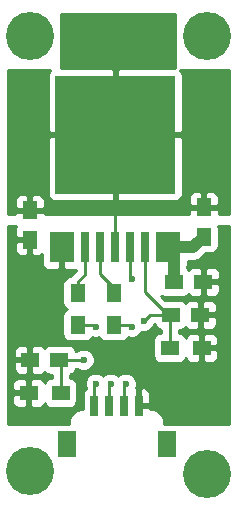
<source format=gbr>
G04 #@! TF.FileFunction,Copper,L1,Top,Signal*
%FSLAX46Y46*%
G04 Gerber Fmt 4.6, Leading zero omitted, Abs format (unit mm)*
G04 Created by KiCad (PCBNEW 0.201508241000+6117~28~ubuntu14.04.1-product) date Sun 30 Aug 2015 03:15:56 PM PDT*
%MOMM*%
G01*
G04 APERTURE LIST*
%ADD10C,0.100000*%
%ADD11R,0.701040X1.800860*%
%ADD12R,1.600200X2.199640*%
%ADD13R,1.250000X1.500000*%
%ADD14R,1.500000X1.250000*%
%ADD15R,1.500000X1.300000*%
%ADD16R,1.300000X1.500000*%
%ADD17C,4.064000*%
%ADD18R,10.160000X10.000000*%
%ADD19R,2.100000X2.540000*%
%ADD20R,0.700000X2.540000*%
%ADD21C,0.600000*%
%ADD22C,0.250000*%
%ADD23C,1.000000*%
%ADD24C,0.254000*%
G04 APERTURE END LIST*
D10*
D11*
X152496520Y-97845880D03*
X151246840Y-97845880D03*
D12*
X146397980Y-101145340D03*
X154846020Y-101145340D03*
D11*
X149997160Y-97845880D03*
X148747480Y-97845880D03*
D13*
X143256000Y-83800000D03*
X143256000Y-81300000D03*
X157988000Y-83546000D03*
X157988000Y-81046000D03*
D14*
X145776000Y-93980000D03*
X143276000Y-93980000D03*
X155468000Y-87376000D03*
X157968000Y-87376000D03*
D15*
X155114000Y-92964000D03*
X157814000Y-92964000D03*
X145876000Y-96774000D03*
X143176000Y-96774000D03*
D16*
X150368000Y-91012000D03*
X150368000Y-88312000D03*
X147320000Y-91012000D03*
X147320000Y-88312000D03*
D14*
X155214000Y-90170000D03*
X157714000Y-90170000D03*
D17*
X143256000Y-103378000D03*
X158242000Y-103632000D03*
X158242000Y-66548000D03*
X143256000Y-66548000D03*
D18*
X150495000Y-74930000D03*
D19*
X145985000Y-84455000D03*
D20*
X147955000Y-84455000D03*
X149225000Y-84455000D03*
X150495000Y-84455000D03*
X151765000Y-84455000D03*
X153035000Y-84455000D03*
D19*
X155005000Y-84455000D03*
D21*
X147828000Y-93980000D03*
X151892000Y-87122000D03*
X151384000Y-96012000D03*
X152908000Y-90678000D03*
X150114000Y-96012000D03*
X151892000Y-91186000D03*
X148844000Y-96012000D03*
X148844000Y-91186000D03*
D22*
X150495000Y-84455000D02*
X150495000Y-79883000D01*
X150495000Y-79883000D02*
X150622000Y-79756000D01*
D23*
X155468000Y-87376000D02*
X155468000Y-84918000D01*
X155468000Y-84918000D02*
X155005000Y-84455000D01*
X155005000Y-84455000D02*
X157079000Y-84455000D01*
X157079000Y-84455000D02*
X157988000Y-83546000D01*
D22*
X151765000Y-84455000D02*
X151765000Y-86995000D01*
X147828000Y-93980000D02*
X145776000Y-93980000D01*
X151765000Y-86995000D02*
X151892000Y-87122000D01*
X145876000Y-96774000D02*
X145876000Y-94080000D01*
X145876000Y-94080000D02*
X145776000Y-93980000D01*
X151892000Y-84582000D02*
X151765000Y-84455000D01*
X155214000Y-90170000D02*
X154940000Y-90170000D01*
X154940000Y-90170000D02*
X153035000Y-88265000D01*
X153035000Y-88265000D02*
X153035000Y-84455000D01*
X155214000Y-90170000D02*
X153416000Y-90170000D01*
X151246840Y-96149160D02*
X151384000Y-96012000D01*
X151246840Y-96149160D02*
X151246840Y-97845880D01*
X153416000Y-90170000D02*
X152908000Y-90678000D01*
X155114000Y-92964000D02*
X155114000Y-90270000D01*
X155114000Y-90270000D02*
X155214000Y-90170000D01*
X150368000Y-91012000D02*
X151718000Y-91012000D01*
X149997160Y-96128840D02*
X149997160Y-97845880D01*
X150114000Y-96012000D02*
X149997160Y-96128840D01*
X151718000Y-91012000D02*
X151892000Y-91186000D01*
X149997160Y-91382840D02*
X150368000Y-91012000D01*
X150368000Y-88312000D02*
X150368000Y-87884000D01*
X150368000Y-87884000D02*
X149225000Y-86741000D01*
X149225000Y-86741000D02*
X149225000Y-84455000D01*
X147320000Y-88312000D02*
X147320000Y-87376000D01*
X147955000Y-86741000D02*
X147955000Y-84455000D01*
X147320000Y-87376000D02*
X147955000Y-86741000D01*
X147320000Y-91012000D02*
X148670000Y-91012000D01*
X148747480Y-96108520D02*
X148747480Y-97845880D01*
X148844000Y-96012000D02*
X148747480Y-96108520D01*
X148670000Y-91012000D02*
X148844000Y-91186000D01*
D24*
G36*
X142092673Y-82690302D02*
X141996000Y-82923691D01*
X141996000Y-83514250D01*
X142154750Y-83673000D01*
X143129000Y-83673000D01*
X143129000Y-83653000D01*
X143383000Y-83653000D01*
X143383000Y-83673000D01*
X143403000Y-83673000D01*
X143403000Y-83927000D01*
X143383000Y-83927000D01*
X143383000Y-85026250D01*
X143541750Y-85185000D01*
X144007310Y-85185000D01*
X144240699Y-85088327D01*
X144300000Y-85029026D01*
X144300000Y-85851310D01*
X144396673Y-86084699D01*
X144575302Y-86263327D01*
X144808691Y-86360000D01*
X145699250Y-86360000D01*
X145858000Y-86201250D01*
X145858000Y-84582000D01*
X145838000Y-84582000D01*
X145838000Y-84328000D01*
X145858000Y-84328000D01*
X145858000Y-84308000D01*
X146112000Y-84308000D01*
X146112000Y-84328000D01*
X146132000Y-84328000D01*
X146132000Y-84582000D01*
X146112000Y-84582000D01*
X146112000Y-86201250D01*
X146270750Y-86360000D01*
X147161309Y-86360000D01*
X147195000Y-86346045D01*
X147195000Y-86426198D01*
X146782599Y-86838599D01*
X146731844Y-86914560D01*
X146670000Y-86914560D01*
X146434683Y-86958838D01*
X146218559Y-87097910D01*
X146073569Y-87310110D01*
X146022560Y-87562000D01*
X146022560Y-89062000D01*
X146066838Y-89297317D01*
X146205910Y-89513441D01*
X146418110Y-89658431D01*
X146431197Y-89661081D01*
X146218559Y-89797910D01*
X146073569Y-90010110D01*
X146022560Y-90262000D01*
X146022560Y-91762000D01*
X146066838Y-91997317D01*
X146205910Y-92213441D01*
X146418110Y-92358431D01*
X146670000Y-92409440D01*
X147970000Y-92409440D01*
X148205317Y-92365162D01*
X148421441Y-92226090D01*
X148529568Y-92067840D01*
X148657201Y-92120838D01*
X149029167Y-92121162D01*
X149159798Y-92067187D01*
X149253910Y-92213441D01*
X149466110Y-92358431D01*
X149718000Y-92409440D01*
X151018000Y-92409440D01*
X151253317Y-92365162D01*
X151469441Y-92226090D01*
X151577568Y-92067840D01*
X151705201Y-92120838D01*
X152077167Y-92121162D01*
X152420943Y-91979117D01*
X152684192Y-91716327D01*
X152727162Y-91612843D01*
X153093167Y-91613162D01*
X153436943Y-91471117D01*
X153700192Y-91208327D01*
X153815764Y-90930000D01*
X153841962Y-90930000D01*
X153860838Y-91030317D01*
X153999910Y-91246441D01*
X154212110Y-91391431D01*
X154354000Y-91420164D01*
X154354000Y-91668442D01*
X154128683Y-91710838D01*
X153912559Y-91849910D01*
X153767569Y-92062110D01*
X153716560Y-92314000D01*
X153716560Y-93614000D01*
X153760838Y-93849317D01*
X153899910Y-94065441D01*
X154112110Y-94210431D01*
X154364000Y-94261440D01*
X155864000Y-94261440D01*
X156099317Y-94217162D01*
X156315441Y-94078090D01*
X156460431Y-93865890D01*
X156467191Y-93832510D01*
X156525673Y-93973699D01*
X156704302Y-94152327D01*
X156937691Y-94249000D01*
X157528250Y-94249000D01*
X157687000Y-94090250D01*
X157687000Y-93091000D01*
X157941000Y-93091000D01*
X157941000Y-94090250D01*
X158099750Y-94249000D01*
X158690309Y-94249000D01*
X158923698Y-94152327D01*
X159102327Y-93973699D01*
X159199000Y-93740310D01*
X159199000Y-93249750D01*
X159040250Y-93091000D01*
X157941000Y-93091000D01*
X157687000Y-93091000D01*
X157667000Y-93091000D01*
X157667000Y-92837000D01*
X157687000Y-92837000D01*
X157687000Y-91837750D01*
X157941000Y-91837750D01*
X157941000Y-92837000D01*
X159040250Y-92837000D01*
X159199000Y-92678250D01*
X159199000Y-92187690D01*
X159102327Y-91954301D01*
X158923698Y-91775673D01*
X158690309Y-91679000D01*
X158099750Y-91679000D01*
X157941000Y-91837750D01*
X157687000Y-91837750D01*
X157528250Y-91679000D01*
X156937691Y-91679000D01*
X156704302Y-91775673D01*
X156525673Y-91954301D01*
X156469346Y-92090287D01*
X156467162Y-92078683D01*
X156328090Y-91862559D01*
X156115890Y-91717569D01*
X155874000Y-91668585D01*
X155874000Y-91442440D01*
X155964000Y-91442440D01*
X156199317Y-91398162D01*
X156415441Y-91259090D01*
X156461969Y-91190994D01*
X156604302Y-91333327D01*
X156837691Y-91430000D01*
X157428250Y-91430000D01*
X157587000Y-91271250D01*
X157587000Y-90297000D01*
X157841000Y-90297000D01*
X157841000Y-91271250D01*
X157999750Y-91430000D01*
X158590309Y-91430000D01*
X158823698Y-91333327D01*
X159002327Y-91154699D01*
X159099000Y-90921310D01*
X159099000Y-90455750D01*
X158940250Y-90297000D01*
X157841000Y-90297000D01*
X157587000Y-90297000D01*
X157567000Y-90297000D01*
X157567000Y-90043000D01*
X157587000Y-90043000D01*
X157587000Y-89068750D01*
X157841000Y-89068750D01*
X157841000Y-90043000D01*
X158940250Y-90043000D01*
X159099000Y-89884250D01*
X159099000Y-89418690D01*
X159002327Y-89185301D01*
X158823698Y-89006673D01*
X158590309Y-88910000D01*
X157999750Y-88910000D01*
X157841000Y-89068750D01*
X157587000Y-89068750D01*
X157428250Y-88910000D01*
X156837691Y-88910000D01*
X156604302Y-89006673D01*
X156463064Y-89147910D01*
X156428090Y-89093559D01*
X156215890Y-88948569D01*
X155964000Y-88897560D01*
X154742362Y-88897560D01*
X154390724Y-88545922D01*
X154466110Y-88597431D01*
X154718000Y-88648440D01*
X156218000Y-88648440D01*
X156453317Y-88604162D01*
X156669441Y-88465090D01*
X156715969Y-88396994D01*
X156858302Y-88539327D01*
X157091691Y-88636000D01*
X157682250Y-88636000D01*
X157841000Y-88477250D01*
X157841000Y-87503000D01*
X158095000Y-87503000D01*
X158095000Y-88477250D01*
X158253750Y-88636000D01*
X158844309Y-88636000D01*
X159077698Y-88539327D01*
X159256327Y-88360699D01*
X159353000Y-88127310D01*
X159353000Y-87661750D01*
X159194250Y-87503000D01*
X158095000Y-87503000D01*
X157841000Y-87503000D01*
X157821000Y-87503000D01*
X157821000Y-87249000D01*
X157841000Y-87249000D01*
X157841000Y-86274750D01*
X158095000Y-86274750D01*
X158095000Y-87249000D01*
X159194250Y-87249000D01*
X159353000Y-87090250D01*
X159353000Y-86624690D01*
X159256327Y-86391301D01*
X159077698Y-86212673D01*
X158844309Y-86116000D01*
X158253750Y-86116000D01*
X158095000Y-86274750D01*
X157841000Y-86274750D01*
X157682250Y-86116000D01*
X157091691Y-86116000D01*
X156858302Y-86212673D01*
X156717064Y-86353910D01*
X156682090Y-86299559D01*
X156603000Y-86245519D01*
X156603000Y-86047771D01*
X156651431Y-85976890D01*
X156702440Y-85725000D01*
X156702440Y-85590000D01*
X157079000Y-85590000D01*
X157513346Y-85503603D01*
X157881566Y-85257566D01*
X158195692Y-84943440D01*
X158613000Y-84943440D01*
X158848317Y-84899162D01*
X159064441Y-84760090D01*
X159209431Y-84547890D01*
X159260440Y-84296000D01*
X159260440Y-82796000D01*
X159238049Y-82677000D01*
X160097000Y-82677000D01*
X160097000Y-99441000D01*
X155858065Y-99441000D01*
X155646120Y-99398080D01*
X154632527Y-99398080D01*
X154632848Y-99030630D01*
X154468078Y-98631857D01*
X154163247Y-98326494D01*
X153764763Y-98161029D01*
X153482040Y-98160782D01*
X153482040Y-98131630D01*
X153323290Y-97972880D01*
X152623520Y-97972880D01*
X152623520Y-97992880D01*
X152369520Y-97992880D01*
X152369520Y-97972880D01*
X152349520Y-97972880D01*
X152349520Y-97718880D01*
X152369520Y-97718880D01*
X152369520Y-96469200D01*
X152623520Y-96469200D01*
X152623520Y-97718880D01*
X153323290Y-97718880D01*
X153482040Y-97560130D01*
X153482040Y-96819140D01*
X153385367Y-96585751D01*
X153206738Y-96407123D01*
X152973349Y-96310450D01*
X152782270Y-96310450D01*
X152623520Y-96469200D01*
X152369520Y-96469200D01*
X152254371Y-96354051D01*
X152318838Y-96198799D01*
X152319162Y-95826833D01*
X152177117Y-95483057D01*
X151914327Y-95219808D01*
X151570799Y-95077162D01*
X151198833Y-95076838D01*
X150855057Y-95218883D01*
X150749046Y-95324710D01*
X150644327Y-95219808D01*
X150300799Y-95077162D01*
X149928833Y-95076838D01*
X149585057Y-95218883D01*
X149479046Y-95324710D01*
X149374327Y-95219808D01*
X149030799Y-95077162D01*
X148658833Y-95076838D01*
X148315057Y-95218883D01*
X148051808Y-95481673D01*
X147909162Y-95825201D01*
X147908838Y-96197167D01*
X147987480Y-96387496D01*
X147987480Y-96454359D01*
X147945519Y-96481360D01*
X147800529Y-96693560D01*
X147749520Y-96945450D01*
X147749520Y-98160887D01*
X147481130Y-98160652D01*
X147082357Y-98325422D01*
X146776994Y-98630253D01*
X146611529Y-99028737D01*
X146611206Y-99398080D01*
X145597880Y-99398080D01*
X145369780Y-99441000D01*
X141401000Y-99441000D01*
X141401000Y-97059750D01*
X141791000Y-97059750D01*
X141791000Y-97550310D01*
X141887673Y-97783699D01*
X142066302Y-97962327D01*
X142299691Y-98059000D01*
X142890250Y-98059000D01*
X143049000Y-97900250D01*
X143049000Y-96901000D01*
X141949750Y-96901000D01*
X141791000Y-97059750D01*
X141401000Y-97059750D01*
X141401000Y-95997690D01*
X141791000Y-95997690D01*
X141791000Y-96488250D01*
X141949750Y-96647000D01*
X143049000Y-96647000D01*
X143049000Y-95647750D01*
X143303000Y-95647750D01*
X143303000Y-96647000D01*
X143323000Y-96647000D01*
X143323000Y-96901000D01*
X143303000Y-96901000D01*
X143303000Y-97900250D01*
X143461750Y-98059000D01*
X144052309Y-98059000D01*
X144285698Y-97962327D01*
X144464327Y-97783699D01*
X144520654Y-97647713D01*
X144522838Y-97659317D01*
X144661910Y-97875441D01*
X144874110Y-98020431D01*
X145126000Y-98071440D01*
X146626000Y-98071440D01*
X146861317Y-98027162D01*
X147077441Y-97888090D01*
X147222431Y-97675890D01*
X147273440Y-97424000D01*
X147273440Y-96124000D01*
X147229162Y-95888683D01*
X147090090Y-95672559D01*
X146877890Y-95527569D01*
X146636000Y-95478585D01*
X146636000Y-95231742D01*
X146761317Y-95208162D01*
X146977441Y-95069090D01*
X147122431Y-94856890D01*
X147146102Y-94740000D01*
X147265537Y-94740000D01*
X147297673Y-94772192D01*
X147641201Y-94914838D01*
X148013167Y-94915162D01*
X148356943Y-94773117D01*
X148620192Y-94510327D01*
X148762838Y-94166799D01*
X148763162Y-93794833D01*
X148621117Y-93451057D01*
X148358327Y-93187808D01*
X148014799Y-93045162D01*
X147642833Y-93044838D01*
X147299057Y-93186883D01*
X147265882Y-93220000D01*
X147148038Y-93220000D01*
X147129162Y-93119683D01*
X146990090Y-92903559D01*
X146777890Y-92758569D01*
X146526000Y-92707560D01*
X145026000Y-92707560D01*
X144790683Y-92751838D01*
X144574559Y-92890910D01*
X144528031Y-92959006D01*
X144385698Y-92816673D01*
X144152309Y-92720000D01*
X143561750Y-92720000D01*
X143403000Y-92878750D01*
X143403000Y-93853000D01*
X143423000Y-93853000D01*
X143423000Y-94107000D01*
X143403000Y-94107000D01*
X143403000Y-95081250D01*
X143561750Y-95240000D01*
X144152309Y-95240000D01*
X144385698Y-95143327D01*
X144526936Y-95002090D01*
X144561910Y-95056441D01*
X144774110Y-95201431D01*
X145026000Y-95252440D01*
X145116000Y-95252440D01*
X145116000Y-95478442D01*
X144890683Y-95520838D01*
X144674559Y-95659910D01*
X144529569Y-95872110D01*
X144522809Y-95905490D01*
X144464327Y-95764301D01*
X144285698Y-95585673D01*
X144052309Y-95489000D01*
X143461750Y-95489000D01*
X143303000Y-95647750D01*
X143049000Y-95647750D01*
X142890250Y-95489000D01*
X142299691Y-95489000D01*
X142066302Y-95585673D01*
X141887673Y-95764301D01*
X141791000Y-95997690D01*
X141401000Y-95997690D01*
X141401000Y-94265750D01*
X141891000Y-94265750D01*
X141891000Y-94731310D01*
X141987673Y-94964699D01*
X142166302Y-95143327D01*
X142399691Y-95240000D01*
X142990250Y-95240000D01*
X143149000Y-95081250D01*
X143149000Y-94107000D01*
X142049750Y-94107000D01*
X141891000Y-94265750D01*
X141401000Y-94265750D01*
X141401000Y-93228690D01*
X141891000Y-93228690D01*
X141891000Y-93694250D01*
X142049750Y-93853000D01*
X143149000Y-93853000D01*
X143149000Y-92878750D01*
X142990250Y-92720000D01*
X142399691Y-92720000D01*
X142166302Y-92816673D01*
X141987673Y-92995301D01*
X141891000Y-93228690D01*
X141401000Y-93228690D01*
X141401000Y-84085750D01*
X141996000Y-84085750D01*
X141996000Y-84676309D01*
X142092673Y-84909698D01*
X142271301Y-85088327D01*
X142504690Y-85185000D01*
X142970250Y-85185000D01*
X143129000Y-85026250D01*
X143129000Y-83927000D01*
X142154750Y-83927000D01*
X141996000Y-84085750D01*
X141401000Y-84085750D01*
X141401000Y-82677000D01*
X142105975Y-82677000D01*
X142092673Y-82690302D01*
X142092673Y-82690302D01*
G37*
X142092673Y-82690302D02*
X141996000Y-82923691D01*
X141996000Y-83514250D01*
X142154750Y-83673000D01*
X143129000Y-83673000D01*
X143129000Y-83653000D01*
X143383000Y-83653000D01*
X143383000Y-83673000D01*
X143403000Y-83673000D01*
X143403000Y-83927000D01*
X143383000Y-83927000D01*
X143383000Y-85026250D01*
X143541750Y-85185000D01*
X144007310Y-85185000D01*
X144240699Y-85088327D01*
X144300000Y-85029026D01*
X144300000Y-85851310D01*
X144396673Y-86084699D01*
X144575302Y-86263327D01*
X144808691Y-86360000D01*
X145699250Y-86360000D01*
X145858000Y-86201250D01*
X145858000Y-84582000D01*
X145838000Y-84582000D01*
X145838000Y-84328000D01*
X145858000Y-84328000D01*
X145858000Y-84308000D01*
X146112000Y-84308000D01*
X146112000Y-84328000D01*
X146132000Y-84328000D01*
X146132000Y-84582000D01*
X146112000Y-84582000D01*
X146112000Y-86201250D01*
X146270750Y-86360000D01*
X147161309Y-86360000D01*
X147195000Y-86346045D01*
X147195000Y-86426198D01*
X146782599Y-86838599D01*
X146731844Y-86914560D01*
X146670000Y-86914560D01*
X146434683Y-86958838D01*
X146218559Y-87097910D01*
X146073569Y-87310110D01*
X146022560Y-87562000D01*
X146022560Y-89062000D01*
X146066838Y-89297317D01*
X146205910Y-89513441D01*
X146418110Y-89658431D01*
X146431197Y-89661081D01*
X146218559Y-89797910D01*
X146073569Y-90010110D01*
X146022560Y-90262000D01*
X146022560Y-91762000D01*
X146066838Y-91997317D01*
X146205910Y-92213441D01*
X146418110Y-92358431D01*
X146670000Y-92409440D01*
X147970000Y-92409440D01*
X148205317Y-92365162D01*
X148421441Y-92226090D01*
X148529568Y-92067840D01*
X148657201Y-92120838D01*
X149029167Y-92121162D01*
X149159798Y-92067187D01*
X149253910Y-92213441D01*
X149466110Y-92358431D01*
X149718000Y-92409440D01*
X151018000Y-92409440D01*
X151253317Y-92365162D01*
X151469441Y-92226090D01*
X151577568Y-92067840D01*
X151705201Y-92120838D01*
X152077167Y-92121162D01*
X152420943Y-91979117D01*
X152684192Y-91716327D01*
X152727162Y-91612843D01*
X153093167Y-91613162D01*
X153436943Y-91471117D01*
X153700192Y-91208327D01*
X153815764Y-90930000D01*
X153841962Y-90930000D01*
X153860838Y-91030317D01*
X153999910Y-91246441D01*
X154212110Y-91391431D01*
X154354000Y-91420164D01*
X154354000Y-91668442D01*
X154128683Y-91710838D01*
X153912559Y-91849910D01*
X153767569Y-92062110D01*
X153716560Y-92314000D01*
X153716560Y-93614000D01*
X153760838Y-93849317D01*
X153899910Y-94065441D01*
X154112110Y-94210431D01*
X154364000Y-94261440D01*
X155864000Y-94261440D01*
X156099317Y-94217162D01*
X156315441Y-94078090D01*
X156460431Y-93865890D01*
X156467191Y-93832510D01*
X156525673Y-93973699D01*
X156704302Y-94152327D01*
X156937691Y-94249000D01*
X157528250Y-94249000D01*
X157687000Y-94090250D01*
X157687000Y-93091000D01*
X157941000Y-93091000D01*
X157941000Y-94090250D01*
X158099750Y-94249000D01*
X158690309Y-94249000D01*
X158923698Y-94152327D01*
X159102327Y-93973699D01*
X159199000Y-93740310D01*
X159199000Y-93249750D01*
X159040250Y-93091000D01*
X157941000Y-93091000D01*
X157687000Y-93091000D01*
X157667000Y-93091000D01*
X157667000Y-92837000D01*
X157687000Y-92837000D01*
X157687000Y-91837750D01*
X157941000Y-91837750D01*
X157941000Y-92837000D01*
X159040250Y-92837000D01*
X159199000Y-92678250D01*
X159199000Y-92187690D01*
X159102327Y-91954301D01*
X158923698Y-91775673D01*
X158690309Y-91679000D01*
X158099750Y-91679000D01*
X157941000Y-91837750D01*
X157687000Y-91837750D01*
X157528250Y-91679000D01*
X156937691Y-91679000D01*
X156704302Y-91775673D01*
X156525673Y-91954301D01*
X156469346Y-92090287D01*
X156467162Y-92078683D01*
X156328090Y-91862559D01*
X156115890Y-91717569D01*
X155874000Y-91668585D01*
X155874000Y-91442440D01*
X155964000Y-91442440D01*
X156199317Y-91398162D01*
X156415441Y-91259090D01*
X156461969Y-91190994D01*
X156604302Y-91333327D01*
X156837691Y-91430000D01*
X157428250Y-91430000D01*
X157587000Y-91271250D01*
X157587000Y-90297000D01*
X157841000Y-90297000D01*
X157841000Y-91271250D01*
X157999750Y-91430000D01*
X158590309Y-91430000D01*
X158823698Y-91333327D01*
X159002327Y-91154699D01*
X159099000Y-90921310D01*
X159099000Y-90455750D01*
X158940250Y-90297000D01*
X157841000Y-90297000D01*
X157587000Y-90297000D01*
X157567000Y-90297000D01*
X157567000Y-90043000D01*
X157587000Y-90043000D01*
X157587000Y-89068750D01*
X157841000Y-89068750D01*
X157841000Y-90043000D01*
X158940250Y-90043000D01*
X159099000Y-89884250D01*
X159099000Y-89418690D01*
X159002327Y-89185301D01*
X158823698Y-89006673D01*
X158590309Y-88910000D01*
X157999750Y-88910000D01*
X157841000Y-89068750D01*
X157587000Y-89068750D01*
X157428250Y-88910000D01*
X156837691Y-88910000D01*
X156604302Y-89006673D01*
X156463064Y-89147910D01*
X156428090Y-89093559D01*
X156215890Y-88948569D01*
X155964000Y-88897560D01*
X154742362Y-88897560D01*
X154390724Y-88545922D01*
X154466110Y-88597431D01*
X154718000Y-88648440D01*
X156218000Y-88648440D01*
X156453317Y-88604162D01*
X156669441Y-88465090D01*
X156715969Y-88396994D01*
X156858302Y-88539327D01*
X157091691Y-88636000D01*
X157682250Y-88636000D01*
X157841000Y-88477250D01*
X157841000Y-87503000D01*
X158095000Y-87503000D01*
X158095000Y-88477250D01*
X158253750Y-88636000D01*
X158844309Y-88636000D01*
X159077698Y-88539327D01*
X159256327Y-88360699D01*
X159353000Y-88127310D01*
X159353000Y-87661750D01*
X159194250Y-87503000D01*
X158095000Y-87503000D01*
X157841000Y-87503000D01*
X157821000Y-87503000D01*
X157821000Y-87249000D01*
X157841000Y-87249000D01*
X157841000Y-86274750D01*
X158095000Y-86274750D01*
X158095000Y-87249000D01*
X159194250Y-87249000D01*
X159353000Y-87090250D01*
X159353000Y-86624690D01*
X159256327Y-86391301D01*
X159077698Y-86212673D01*
X158844309Y-86116000D01*
X158253750Y-86116000D01*
X158095000Y-86274750D01*
X157841000Y-86274750D01*
X157682250Y-86116000D01*
X157091691Y-86116000D01*
X156858302Y-86212673D01*
X156717064Y-86353910D01*
X156682090Y-86299559D01*
X156603000Y-86245519D01*
X156603000Y-86047771D01*
X156651431Y-85976890D01*
X156702440Y-85725000D01*
X156702440Y-85590000D01*
X157079000Y-85590000D01*
X157513346Y-85503603D01*
X157881566Y-85257566D01*
X158195692Y-84943440D01*
X158613000Y-84943440D01*
X158848317Y-84899162D01*
X159064441Y-84760090D01*
X159209431Y-84547890D01*
X159260440Y-84296000D01*
X159260440Y-82796000D01*
X159238049Y-82677000D01*
X160097000Y-82677000D01*
X160097000Y-99441000D01*
X155858065Y-99441000D01*
X155646120Y-99398080D01*
X154632527Y-99398080D01*
X154632848Y-99030630D01*
X154468078Y-98631857D01*
X154163247Y-98326494D01*
X153764763Y-98161029D01*
X153482040Y-98160782D01*
X153482040Y-98131630D01*
X153323290Y-97972880D01*
X152623520Y-97972880D01*
X152623520Y-97992880D01*
X152369520Y-97992880D01*
X152369520Y-97972880D01*
X152349520Y-97972880D01*
X152349520Y-97718880D01*
X152369520Y-97718880D01*
X152369520Y-96469200D01*
X152623520Y-96469200D01*
X152623520Y-97718880D01*
X153323290Y-97718880D01*
X153482040Y-97560130D01*
X153482040Y-96819140D01*
X153385367Y-96585751D01*
X153206738Y-96407123D01*
X152973349Y-96310450D01*
X152782270Y-96310450D01*
X152623520Y-96469200D01*
X152369520Y-96469200D01*
X152254371Y-96354051D01*
X152318838Y-96198799D01*
X152319162Y-95826833D01*
X152177117Y-95483057D01*
X151914327Y-95219808D01*
X151570799Y-95077162D01*
X151198833Y-95076838D01*
X150855057Y-95218883D01*
X150749046Y-95324710D01*
X150644327Y-95219808D01*
X150300799Y-95077162D01*
X149928833Y-95076838D01*
X149585057Y-95218883D01*
X149479046Y-95324710D01*
X149374327Y-95219808D01*
X149030799Y-95077162D01*
X148658833Y-95076838D01*
X148315057Y-95218883D01*
X148051808Y-95481673D01*
X147909162Y-95825201D01*
X147908838Y-96197167D01*
X147987480Y-96387496D01*
X147987480Y-96454359D01*
X147945519Y-96481360D01*
X147800529Y-96693560D01*
X147749520Y-96945450D01*
X147749520Y-98160887D01*
X147481130Y-98160652D01*
X147082357Y-98325422D01*
X146776994Y-98630253D01*
X146611529Y-99028737D01*
X146611206Y-99398080D01*
X145597880Y-99398080D01*
X145369780Y-99441000D01*
X141401000Y-99441000D01*
X141401000Y-97059750D01*
X141791000Y-97059750D01*
X141791000Y-97550310D01*
X141887673Y-97783699D01*
X142066302Y-97962327D01*
X142299691Y-98059000D01*
X142890250Y-98059000D01*
X143049000Y-97900250D01*
X143049000Y-96901000D01*
X141949750Y-96901000D01*
X141791000Y-97059750D01*
X141401000Y-97059750D01*
X141401000Y-95997690D01*
X141791000Y-95997690D01*
X141791000Y-96488250D01*
X141949750Y-96647000D01*
X143049000Y-96647000D01*
X143049000Y-95647750D01*
X143303000Y-95647750D01*
X143303000Y-96647000D01*
X143323000Y-96647000D01*
X143323000Y-96901000D01*
X143303000Y-96901000D01*
X143303000Y-97900250D01*
X143461750Y-98059000D01*
X144052309Y-98059000D01*
X144285698Y-97962327D01*
X144464327Y-97783699D01*
X144520654Y-97647713D01*
X144522838Y-97659317D01*
X144661910Y-97875441D01*
X144874110Y-98020431D01*
X145126000Y-98071440D01*
X146626000Y-98071440D01*
X146861317Y-98027162D01*
X147077441Y-97888090D01*
X147222431Y-97675890D01*
X147273440Y-97424000D01*
X147273440Y-96124000D01*
X147229162Y-95888683D01*
X147090090Y-95672559D01*
X146877890Y-95527569D01*
X146636000Y-95478585D01*
X146636000Y-95231742D01*
X146761317Y-95208162D01*
X146977441Y-95069090D01*
X147122431Y-94856890D01*
X147146102Y-94740000D01*
X147265537Y-94740000D01*
X147297673Y-94772192D01*
X147641201Y-94914838D01*
X148013167Y-94915162D01*
X148356943Y-94773117D01*
X148620192Y-94510327D01*
X148762838Y-94166799D01*
X148763162Y-93794833D01*
X148621117Y-93451057D01*
X148358327Y-93187808D01*
X148014799Y-93045162D01*
X147642833Y-93044838D01*
X147299057Y-93186883D01*
X147265882Y-93220000D01*
X147148038Y-93220000D01*
X147129162Y-93119683D01*
X146990090Y-92903559D01*
X146777890Y-92758569D01*
X146526000Y-92707560D01*
X145026000Y-92707560D01*
X144790683Y-92751838D01*
X144574559Y-92890910D01*
X144528031Y-92959006D01*
X144385698Y-92816673D01*
X144152309Y-92720000D01*
X143561750Y-92720000D01*
X143403000Y-92878750D01*
X143403000Y-93853000D01*
X143423000Y-93853000D01*
X143423000Y-94107000D01*
X143403000Y-94107000D01*
X143403000Y-95081250D01*
X143561750Y-95240000D01*
X144152309Y-95240000D01*
X144385698Y-95143327D01*
X144526936Y-95002090D01*
X144561910Y-95056441D01*
X144774110Y-95201431D01*
X145026000Y-95252440D01*
X145116000Y-95252440D01*
X145116000Y-95478442D01*
X144890683Y-95520838D01*
X144674559Y-95659910D01*
X144529569Y-95872110D01*
X144522809Y-95905490D01*
X144464327Y-95764301D01*
X144285698Y-95585673D01*
X144052309Y-95489000D01*
X143461750Y-95489000D01*
X143303000Y-95647750D01*
X143049000Y-95647750D01*
X142890250Y-95489000D01*
X142299691Y-95489000D01*
X142066302Y-95585673D01*
X141887673Y-95764301D01*
X141791000Y-95997690D01*
X141401000Y-95997690D01*
X141401000Y-94265750D01*
X141891000Y-94265750D01*
X141891000Y-94731310D01*
X141987673Y-94964699D01*
X142166302Y-95143327D01*
X142399691Y-95240000D01*
X142990250Y-95240000D01*
X143149000Y-95081250D01*
X143149000Y-94107000D01*
X142049750Y-94107000D01*
X141891000Y-94265750D01*
X141401000Y-94265750D01*
X141401000Y-93228690D01*
X141891000Y-93228690D01*
X141891000Y-93694250D01*
X142049750Y-93853000D01*
X143149000Y-93853000D01*
X143149000Y-92878750D01*
X142990250Y-92720000D01*
X142399691Y-92720000D01*
X142166302Y-92816673D01*
X141987673Y-92995301D01*
X141891000Y-93228690D01*
X141401000Y-93228690D01*
X141401000Y-84085750D01*
X141996000Y-84085750D01*
X141996000Y-84676309D01*
X142092673Y-84909698D01*
X142271301Y-85088327D01*
X142504690Y-85185000D01*
X142970250Y-85185000D01*
X143129000Y-85026250D01*
X143129000Y-83927000D01*
X142154750Y-83927000D01*
X141996000Y-84085750D01*
X141401000Y-84085750D01*
X141401000Y-82677000D01*
X142105975Y-82677000D01*
X142092673Y-82690302D01*
G36*
X155575000Y-66546818D02*
X155574538Y-67076172D01*
X155575000Y-67077290D01*
X155575000Y-69295000D01*
X150780750Y-69295000D01*
X150622000Y-69453750D01*
X150622000Y-74803000D01*
X156051250Y-74803000D01*
X156210000Y-74644250D01*
X156210000Y-69803690D01*
X156113327Y-69570301D01*
X156012025Y-69469000D01*
X160097000Y-69469000D01*
X160097000Y-81661000D01*
X159248000Y-81661000D01*
X159248000Y-81331750D01*
X159089250Y-81173000D01*
X158115000Y-81173000D01*
X158115000Y-81193000D01*
X157861000Y-81193000D01*
X157861000Y-81173000D01*
X156886750Y-81173000D01*
X156728000Y-81331750D01*
X156728000Y-81661000D01*
X144516000Y-81661000D01*
X144516000Y-81585750D01*
X144357250Y-81427000D01*
X143383000Y-81427000D01*
X143383000Y-81447000D01*
X143129000Y-81447000D01*
X143129000Y-81427000D01*
X142154750Y-81427000D01*
X141996000Y-81585750D01*
X141996000Y-81661000D01*
X141401000Y-81661000D01*
X141401000Y-80423691D01*
X141996000Y-80423691D01*
X141996000Y-81014250D01*
X142154750Y-81173000D01*
X143129000Y-81173000D01*
X143129000Y-80073750D01*
X143383000Y-80073750D01*
X143383000Y-81173000D01*
X144357250Y-81173000D01*
X144516000Y-81014250D01*
X144516000Y-80423691D01*
X144419327Y-80190302D01*
X144240699Y-80011673D01*
X144007310Y-79915000D01*
X143541750Y-79915000D01*
X143383000Y-80073750D01*
X143129000Y-80073750D01*
X142970250Y-79915000D01*
X142504690Y-79915000D01*
X142271301Y-80011673D01*
X142092673Y-80190302D01*
X141996000Y-80423691D01*
X141401000Y-80423691D01*
X141401000Y-75215750D01*
X144780000Y-75215750D01*
X144780000Y-80056310D01*
X144876673Y-80289699D01*
X145055302Y-80468327D01*
X145288691Y-80565000D01*
X150209250Y-80565000D01*
X150368000Y-80406250D01*
X150368000Y-75057000D01*
X150622000Y-75057000D01*
X150622000Y-80406250D01*
X150780750Y-80565000D01*
X155701309Y-80565000D01*
X155934698Y-80468327D01*
X156113327Y-80289699D01*
X156163035Y-80169691D01*
X156728000Y-80169691D01*
X156728000Y-80760250D01*
X156886750Y-80919000D01*
X157861000Y-80919000D01*
X157861000Y-79819750D01*
X158115000Y-79819750D01*
X158115000Y-80919000D01*
X159089250Y-80919000D01*
X159248000Y-80760250D01*
X159248000Y-80169691D01*
X159151327Y-79936302D01*
X158972699Y-79757673D01*
X158739310Y-79661000D01*
X158273750Y-79661000D01*
X158115000Y-79819750D01*
X157861000Y-79819750D01*
X157702250Y-79661000D01*
X157236690Y-79661000D01*
X157003301Y-79757673D01*
X156824673Y-79936302D01*
X156728000Y-80169691D01*
X156163035Y-80169691D01*
X156210000Y-80056310D01*
X156210000Y-75215750D01*
X156051250Y-75057000D01*
X150622000Y-75057000D01*
X150368000Y-75057000D01*
X144938750Y-75057000D01*
X144780000Y-75215750D01*
X141401000Y-75215750D01*
X141401000Y-69469000D01*
X144977975Y-69469000D01*
X144876673Y-69570301D01*
X144780000Y-69803690D01*
X144780000Y-74644250D01*
X144938750Y-74803000D01*
X150368000Y-74803000D01*
X150368000Y-69453750D01*
X150209250Y-69295000D01*
X145923000Y-69295000D01*
X145923000Y-66549182D01*
X145923462Y-66019828D01*
X145923000Y-66018710D01*
X145923000Y-64693000D01*
X155575000Y-64693000D01*
X155575000Y-66546818D01*
X155575000Y-66546818D01*
G37*
X155575000Y-66546818D02*
X155574538Y-67076172D01*
X155575000Y-67077290D01*
X155575000Y-69295000D01*
X150780750Y-69295000D01*
X150622000Y-69453750D01*
X150622000Y-74803000D01*
X156051250Y-74803000D01*
X156210000Y-74644250D01*
X156210000Y-69803690D01*
X156113327Y-69570301D01*
X156012025Y-69469000D01*
X160097000Y-69469000D01*
X160097000Y-81661000D01*
X159248000Y-81661000D01*
X159248000Y-81331750D01*
X159089250Y-81173000D01*
X158115000Y-81173000D01*
X158115000Y-81193000D01*
X157861000Y-81193000D01*
X157861000Y-81173000D01*
X156886750Y-81173000D01*
X156728000Y-81331750D01*
X156728000Y-81661000D01*
X144516000Y-81661000D01*
X144516000Y-81585750D01*
X144357250Y-81427000D01*
X143383000Y-81427000D01*
X143383000Y-81447000D01*
X143129000Y-81447000D01*
X143129000Y-81427000D01*
X142154750Y-81427000D01*
X141996000Y-81585750D01*
X141996000Y-81661000D01*
X141401000Y-81661000D01*
X141401000Y-80423691D01*
X141996000Y-80423691D01*
X141996000Y-81014250D01*
X142154750Y-81173000D01*
X143129000Y-81173000D01*
X143129000Y-80073750D01*
X143383000Y-80073750D01*
X143383000Y-81173000D01*
X144357250Y-81173000D01*
X144516000Y-81014250D01*
X144516000Y-80423691D01*
X144419327Y-80190302D01*
X144240699Y-80011673D01*
X144007310Y-79915000D01*
X143541750Y-79915000D01*
X143383000Y-80073750D01*
X143129000Y-80073750D01*
X142970250Y-79915000D01*
X142504690Y-79915000D01*
X142271301Y-80011673D01*
X142092673Y-80190302D01*
X141996000Y-80423691D01*
X141401000Y-80423691D01*
X141401000Y-75215750D01*
X144780000Y-75215750D01*
X144780000Y-80056310D01*
X144876673Y-80289699D01*
X145055302Y-80468327D01*
X145288691Y-80565000D01*
X150209250Y-80565000D01*
X150368000Y-80406250D01*
X150368000Y-75057000D01*
X150622000Y-75057000D01*
X150622000Y-80406250D01*
X150780750Y-80565000D01*
X155701309Y-80565000D01*
X155934698Y-80468327D01*
X156113327Y-80289699D01*
X156163035Y-80169691D01*
X156728000Y-80169691D01*
X156728000Y-80760250D01*
X156886750Y-80919000D01*
X157861000Y-80919000D01*
X157861000Y-79819750D01*
X158115000Y-79819750D01*
X158115000Y-80919000D01*
X159089250Y-80919000D01*
X159248000Y-80760250D01*
X159248000Y-80169691D01*
X159151327Y-79936302D01*
X158972699Y-79757673D01*
X158739310Y-79661000D01*
X158273750Y-79661000D01*
X158115000Y-79819750D01*
X157861000Y-79819750D01*
X157702250Y-79661000D01*
X157236690Y-79661000D01*
X157003301Y-79757673D01*
X156824673Y-79936302D01*
X156728000Y-80169691D01*
X156163035Y-80169691D01*
X156210000Y-80056310D01*
X156210000Y-75215750D01*
X156051250Y-75057000D01*
X150622000Y-75057000D01*
X150368000Y-75057000D01*
X144938750Y-75057000D01*
X144780000Y-75215750D01*
X141401000Y-75215750D01*
X141401000Y-69469000D01*
X144977975Y-69469000D01*
X144876673Y-69570301D01*
X144780000Y-69803690D01*
X144780000Y-74644250D01*
X144938750Y-74803000D01*
X150368000Y-74803000D01*
X150368000Y-69453750D01*
X150209250Y-69295000D01*
X145923000Y-69295000D01*
X145923000Y-66549182D01*
X145923462Y-66019828D01*
X145923000Y-66018710D01*
X145923000Y-64693000D01*
X155575000Y-64693000D01*
X155575000Y-66546818D01*
M02*

</source>
